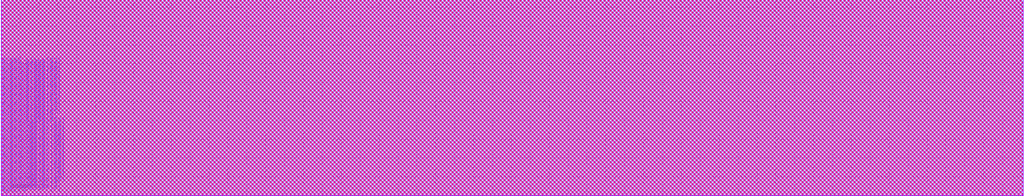
<source format=lef>
##
## LEF for PtnCells ;
## created by Encounter v13.13-s017_1 on Thu Mar 20 12:06:46 2014
##

VERSION 5.6 ;

BUSBITCHARS "[]" ;
DIVIDERCHAR "/" ;

MACRO spm
  CLASS BLOCK ;
  FOREIGN spm 0 0 ;
  ORIGIN 0.0000 0.0000 ;
  SIZE 1081.6000 BY 208.0000 ;
  SYMMETRY X Y R90 ;
  PIN a_spm_slave[63]
    DIRECTION INPUT ;
    USE SIGNAL ;
    PORT
      LAYER M2 ;
        RECT 156.7500 207.4800 156.8500 208.0000 ;
    END
  END a_spm_slave[63]
  PIN a_spm_slave[62]
    DIRECTION INPUT ;
    USE SIGNAL ;
    PORT
      LAYER M2 ;
        RECT 155.7500 207.4800 155.8500 208.0000 ;
    END
  END a_spm_slave[62]
  PIN a_spm_slave[61]
    DIRECTION INPUT ;
    USE SIGNAL ;
    PORT
      LAYER M2 ;
        RECT 154.7500 207.4800 154.8500 208.0000 ;
    END
  END a_spm_slave[61]
  PIN a_spm_slave[60]
    DIRECTION INPUT ;
    USE SIGNAL ;
    PORT
      LAYER M2 ;
        RECT 153.7500 207.4800 153.8500 208.0000 ;
    END
  END a_spm_slave[60]
  PIN a_spm_slave[59]
    DIRECTION INPUT ;
    USE SIGNAL ;
    PORT
      LAYER M2 ;
        RECT 152.7500 207.4800 152.8500 208.0000 ;
    END
  END a_spm_slave[59]
  PIN a_spm_slave[58]
    DIRECTION INPUT ;
    USE SIGNAL ;
    PORT
      LAYER M2 ;
        RECT 151.7500 207.4800 151.8500 208.0000 ;
    END
  END a_spm_slave[58]
  PIN a_spm_slave[57]
    DIRECTION INPUT ;
    USE SIGNAL ;
    PORT
      LAYER M2 ;
        RECT 150.7500 207.4800 150.8500 208.0000 ;
    END
  END a_spm_slave[57]
  PIN a_spm_slave[56]
    DIRECTION INPUT ;
    USE SIGNAL ;
    PORT
      LAYER M2 ;
        RECT 149.7500 207.4800 149.8500 208.0000 ;
    END
  END a_spm_slave[56]
  PIN a_spm_slave[55]
    DIRECTION INPUT ;
    USE SIGNAL ;
    PORT
      LAYER M2 ;
        RECT 148.7500 207.4800 148.8500 208.0000 ;
    END
  END a_spm_slave[55]
  PIN a_spm_slave[54]
    DIRECTION INPUT ;
    USE SIGNAL ;
    PORT
      LAYER M2 ;
        RECT 147.7500 207.4800 147.8500 208.0000 ;
    END
  END a_spm_slave[54]
  PIN a_spm_slave[53]
    DIRECTION INPUT ;
    USE SIGNAL ;
    PORT
      LAYER M2 ;
        RECT 146.7500 207.4800 146.8500 208.0000 ;
    END
  END a_spm_slave[53]
  PIN a_spm_slave[52]
    DIRECTION INPUT ;
    USE SIGNAL ;
    PORT
      LAYER M2 ;
        RECT 145.7500 207.4800 145.8500 208.0000 ;
    END
  END a_spm_slave[52]
  PIN a_spm_slave[51]
    DIRECTION INPUT ;
    USE SIGNAL ;
    PORT
      LAYER M2 ;
        RECT 144.7500 207.4800 144.8500 208.0000 ;
    END
  END a_spm_slave[51]
  PIN a_spm_slave[50]
    DIRECTION INPUT ;
    USE SIGNAL ;
    PORT
      LAYER M2 ;
        RECT 143.7500 207.4800 143.8500 208.0000 ;
    END
  END a_spm_slave[50]
  PIN a_spm_slave[49]
    DIRECTION INPUT ;
    USE SIGNAL ;
    PORT
      LAYER M2 ;
        RECT 142.7500 207.4800 142.8500 208.0000 ;
    END
  END a_spm_slave[49]
  PIN a_spm_slave[48]
    DIRECTION INPUT ;
    USE SIGNAL ;
    PORT
      LAYER M2 ;
        RECT 141.7500 207.4800 141.8500 208.0000 ;
    END
  END a_spm_slave[48]
  PIN a_spm_slave[47]
    DIRECTION INPUT ;
    USE SIGNAL ;
    PORT
      LAYER M2 ;
        RECT 140.7500 207.4800 140.8500 208.0000 ;
    END
  END a_spm_slave[47]
  PIN a_spm_slave[46]
    DIRECTION INPUT ;
    USE SIGNAL ;
    PORT
      LAYER M2 ;
        RECT 139.7500 207.4800 139.8500 208.0000 ;
    END
  END a_spm_slave[46]
  PIN a_spm_slave[45]
    DIRECTION INPUT ;
    USE SIGNAL ;
    PORT
      LAYER M2 ;
        RECT 138.7500 207.4800 138.8500 208.0000 ;
    END
  END a_spm_slave[45]
  PIN a_spm_slave[44]
    DIRECTION INPUT ;
    USE SIGNAL ;
    PORT
      LAYER M2 ;
        RECT 137.7500 207.4800 137.8500 208.0000 ;
    END
  END a_spm_slave[44]
  PIN a_spm_slave[43]
    DIRECTION INPUT ;
    USE SIGNAL ;
    PORT
      LAYER M2 ;
        RECT 136.7500 207.4800 136.8500 208.0000 ;
    END
  END a_spm_slave[43]
  PIN a_spm_slave[42]
    DIRECTION INPUT ;
    USE SIGNAL ;
    PORT
      LAYER M2 ;
        RECT 135.7500 207.4800 135.8500 208.0000 ;
    END
  END a_spm_slave[42]
  PIN a_spm_slave[41]
    DIRECTION INPUT ;
    USE SIGNAL ;
    PORT
      LAYER M2 ;
        RECT 134.7500 207.4800 134.8500 208.0000 ;
    END
  END a_spm_slave[41]
  PIN a_spm_slave[40]
    DIRECTION INPUT ;
    USE SIGNAL ;
    PORT
      LAYER M2 ;
        RECT 133.7500 207.4800 133.8500 208.0000 ;
    END
  END a_spm_slave[40]
  PIN a_spm_slave[39]
    DIRECTION INPUT ;
    USE SIGNAL ;
    PORT
      LAYER M2 ;
        RECT 132.7500 207.4800 132.8500 208.0000 ;
    END
  END a_spm_slave[39]
  PIN a_spm_slave[38]
    DIRECTION INPUT ;
    USE SIGNAL ;
    PORT
      LAYER M2 ;
        RECT 131.7500 207.4800 131.8500 208.0000 ;
    END
  END a_spm_slave[38]
  PIN a_spm_slave[37]
    DIRECTION INPUT ;
    USE SIGNAL ;
    PORT
      LAYER M2 ;
        RECT 130.7500 207.4800 130.8500 208.0000 ;
    END
  END a_spm_slave[37]
  PIN a_spm_slave[36]
    DIRECTION INPUT ;
    USE SIGNAL ;
    PORT
      LAYER M2 ;
        RECT 129.7500 207.4800 129.8500 208.0000 ;
    END
  END a_spm_slave[36]
  PIN a_spm_slave[35]
    DIRECTION INPUT ;
    USE SIGNAL ;
    PORT
      LAYER M2 ;
        RECT 128.7500 207.4800 128.8500 208.0000 ;
    END
  END a_spm_slave[35]
  PIN a_spm_slave[34]
    DIRECTION INPUT ;
    USE SIGNAL ;
    PORT
      LAYER M2 ;
        RECT 127.7500 207.4800 127.8500 208.0000 ;
    END
  END a_spm_slave[34]
  PIN a_spm_slave[33]
    DIRECTION INPUT ;
    USE SIGNAL ;
    PORT
      LAYER M2 ;
        RECT 126.7500 207.4800 126.8500 208.0000 ;
    END
  END a_spm_slave[33]
  PIN a_spm_slave[32]
    DIRECTION INPUT ;
    USE SIGNAL ;
    PORT
      LAYER M2 ;
        RECT 125.7500 207.4800 125.8500 208.0000 ;
    END
  END a_spm_slave[32]
  PIN a_spm_slave[31]
    DIRECTION INPUT ;
    USE SIGNAL ;
    PORT
      LAYER M2 ;
        RECT 124.7500 207.4800 124.8500 208.0000 ;
    END
  END a_spm_slave[31]
  PIN a_spm_slave[30]
    DIRECTION INPUT ;
    USE SIGNAL ;
    PORT
      LAYER M2 ;
        RECT 123.7500 207.4800 123.8500 208.0000 ;
    END
  END a_spm_slave[30]
  PIN a_spm_slave[29]
    DIRECTION INPUT ;
    USE SIGNAL ;
    PORT
      LAYER M2 ;
        RECT 122.7500 207.4800 122.8500 208.0000 ;
    END
  END a_spm_slave[29]
  PIN a_spm_slave[28]
    DIRECTION INPUT ;
    USE SIGNAL ;
    PORT
      LAYER M2 ;
        RECT 121.7500 207.4800 121.8500 208.0000 ;
    END
  END a_spm_slave[28]
  PIN a_spm_slave[27]
    DIRECTION INPUT ;
    USE SIGNAL ;
    PORT
      LAYER M2 ;
        RECT 120.7500 207.4800 120.8500 208.0000 ;
    END
  END a_spm_slave[27]
  PIN a_spm_slave[26]
    DIRECTION INPUT ;
    USE SIGNAL ;
    PORT
      LAYER M2 ;
        RECT 119.7500 207.4800 119.8500 208.0000 ;
    END
  END a_spm_slave[26]
  PIN a_spm_slave[25]
    DIRECTION INPUT ;
    USE SIGNAL ;
    PORT
      LAYER M2 ;
        RECT 118.7500 207.4800 118.8500 208.0000 ;
    END
  END a_spm_slave[25]
  PIN a_spm_slave[24]
    DIRECTION INPUT ;
    USE SIGNAL ;
    PORT
      LAYER M2 ;
        RECT 117.7500 207.4800 117.8500 208.0000 ;
    END
  END a_spm_slave[24]
  PIN a_spm_slave[23]
    DIRECTION INPUT ;
    USE SIGNAL ;
    PORT
      LAYER M2 ;
        RECT 116.7500 207.4800 116.8500 208.0000 ;
    END
  END a_spm_slave[23]
  PIN a_spm_slave[22]
    DIRECTION INPUT ;
    USE SIGNAL ;
    PORT
      LAYER M2 ;
        RECT 115.7500 207.4800 115.8500 208.0000 ;
    END
  END a_spm_slave[22]
  PIN a_spm_slave[21]
    DIRECTION INPUT ;
    USE SIGNAL ;
    PORT
      LAYER M2 ;
        RECT 114.7500 207.4800 114.8500 208.0000 ;
    END
  END a_spm_slave[21]
  PIN a_spm_slave[20]
    DIRECTION INPUT ;
    USE SIGNAL ;
    PORT
      LAYER M2 ;
        RECT 113.7500 207.4800 113.8500 208.0000 ;
    END
  END a_spm_slave[20]
  PIN a_spm_slave[19]
    DIRECTION INPUT ;
    USE SIGNAL ;
    PORT
      LAYER M2 ;
        RECT 112.7500 207.4800 112.8500 208.0000 ;
    END
  END a_spm_slave[19]
  PIN a_spm_slave[18]
    DIRECTION INPUT ;
    USE SIGNAL ;
    PORT
      LAYER M2 ;
        RECT 111.7500 207.4800 111.8500 208.0000 ;
    END
  END a_spm_slave[18]
  PIN a_spm_slave[17]
    DIRECTION INPUT ;
    USE SIGNAL ;
    PORT
      LAYER M2 ;
        RECT 110.7500 207.4800 110.8500 208.0000 ;
    END
  END a_spm_slave[17]
  PIN a_spm_slave[16]
    DIRECTION INPUT ;
    USE SIGNAL ;
    PORT
      LAYER M2 ;
        RECT 109.7500 207.4800 109.8500 208.0000 ;
    END
  END a_spm_slave[16]
  PIN a_spm_slave[15]
    DIRECTION INPUT ;
    USE SIGNAL ;
    PORT
      LAYER M2 ;
        RECT 108.7500 207.4800 108.8500 208.0000 ;
    END
  END a_spm_slave[15]
  PIN a_spm_slave[14]
    DIRECTION INPUT ;
    USE SIGNAL ;
    PORT
      LAYER M2 ;
        RECT 107.7500 207.4800 107.8500 208.0000 ;
    END
  END a_spm_slave[14]
  PIN a_spm_slave[13]
    DIRECTION INPUT ;
    USE SIGNAL ;
    PORT
      LAYER M2 ;
        RECT 106.7500 207.4800 106.8500 208.0000 ;
    END
  END a_spm_slave[13]
  PIN a_spm_slave[12]
    DIRECTION INPUT ;
    USE SIGNAL ;
    PORT
      LAYER M2 ;
        RECT 105.7500 207.4800 105.8500 208.0000 ;
    END
  END a_spm_slave[12]
  PIN a_spm_slave[11]
    DIRECTION INPUT ;
    USE SIGNAL ;
    PORT
      LAYER M2 ;
        RECT 104.7500 207.4800 104.8500 208.0000 ;
    END
  END a_spm_slave[11]
  PIN a_spm_slave[10]
    DIRECTION INPUT ;
    USE SIGNAL ;
    PORT
      LAYER M2 ;
        RECT 103.7500 207.4800 103.8500 208.0000 ;
    END
  END a_spm_slave[10]
  PIN a_spm_slave[9]
    DIRECTION INPUT ;
    USE SIGNAL ;
    PORT
      LAYER M2 ;
        RECT 102.7500 207.4800 102.8500 208.0000 ;
    END
  END a_spm_slave[9]
  PIN a_spm_slave[8]
    DIRECTION INPUT ;
    USE SIGNAL ;
    PORT
      LAYER M2 ;
        RECT 101.7500 207.4800 101.8500 208.0000 ;
    END
  END a_spm_slave[8]
  PIN a_spm_slave[7]
    DIRECTION INPUT ;
    USE SIGNAL ;
    PORT
      LAYER M2 ;
        RECT 100.7500 207.4800 100.8500 208.0000 ;
    END
  END a_spm_slave[7]
  PIN a_spm_slave[6]
    DIRECTION INPUT ;
    USE SIGNAL ;
    PORT
      LAYER M2 ;
        RECT 99.7500 207.4800 99.8500 208.0000 ;
    END
  END a_spm_slave[6]
  PIN a_spm_slave[5]
    DIRECTION INPUT ;
    USE SIGNAL ;
    PORT
      LAYER M2 ;
        RECT 98.7500 207.4800 98.8500 208.0000 ;
    END
  END a_spm_slave[5]
  PIN a_spm_slave[4]
    DIRECTION INPUT ;
    USE SIGNAL ;
    PORT
      LAYER M2 ;
        RECT 97.7500 207.4800 97.8500 208.0000 ;
    END
  END a_spm_slave[4]
  PIN a_spm_slave[3]
    DIRECTION INPUT ;
    USE SIGNAL ;
    PORT
      LAYER M2 ;
        RECT 96.7500 207.4800 96.8500 208.0000 ;
    END
  END a_spm_slave[3]
  PIN a_spm_slave[2]
    DIRECTION INPUT ;
    USE SIGNAL ;
    PORT
      LAYER M2 ;
        RECT 95.7500 207.4800 95.8500 208.0000 ;
    END
  END a_spm_slave[2]
  PIN a_spm_slave[1]
    DIRECTION INPUT ;
    USE SIGNAL ;
    PORT
      LAYER M2 ;
        RECT 94.7500 207.4800 94.8500 208.0000 ;
    END
  END a_spm_slave[1]
  PIN a_spm_slave[0]
    DIRECTION INPUT ;
    USE SIGNAL ;
    PORT
      LAYER M2 ;
        RECT 93.7500 207.4800 93.8500 208.0000 ;
    END
  END a_spm_slave[0]
  PIN a_spm_master[72]
    DIRECTION INPUT ;
    USE SIGNAL ;
    PORT
      LAYER M2 ;
        RECT 92.7500 207.4800 92.8500 208.0000 ;
    END
  END a_spm_master[72]
  PIN a_spm_master[71]
    DIRECTION INPUT ;
    USE SIGNAL ;
    PORT
      LAYER M2 ;
        RECT 91.7500 207.4800 91.8500 208.0000 ;
    END
  END a_spm_master[71]
  PIN a_spm_master[70]
    DIRECTION INPUT ;
    USE SIGNAL ;
    PORT
      LAYER M2 ;
        RECT 90.7500 207.4800 90.8500 208.0000 ;
    END
  END a_spm_master[70]
  PIN a_spm_master[69]
    DIRECTION INPUT ;
    USE SIGNAL ;
    PORT
      LAYER M2 ;
        RECT 89.7500 207.4800 89.8500 208.0000 ;
    END
  END a_spm_master[69]
  PIN a_spm_master[68]
    DIRECTION INPUT ;
    USE SIGNAL ;
    PORT
      LAYER M2 ;
        RECT 88.7500 207.4800 88.8500 208.0000 ;
    END
  END a_spm_master[68]
  PIN a_spm_master[67]
    DIRECTION INPUT ;
    USE SIGNAL ;
    PORT
      LAYER M2 ;
        RECT 87.7500 207.4800 87.8500 208.0000 ;
    END
  END a_spm_master[67]
  PIN a_spm_master[66]
    DIRECTION INPUT ;
    USE SIGNAL ;
    PORT
      LAYER M2 ;
        RECT 86.7500 207.4800 86.8500 208.0000 ;
    END
  END a_spm_master[66]
  PIN a_spm_master[65]
    DIRECTION INPUT ;
    USE SIGNAL ;
    PORT
      LAYER M2 ;
        RECT 85.7500 207.4800 85.8500 208.0000 ;
    END
  END a_spm_master[65]
  PIN a_spm_master[64]
    DIRECTION INPUT ;
    USE SIGNAL ;
    PORT
      LAYER M2 ;
        RECT 84.7500 207.4800 84.8500 208.0000 ;
    END
  END a_spm_master[64]
  PIN a_spm_master[63]
    DIRECTION INPUT ;
    USE SIGNAL ;
    PORT
      LAYER M2 ;
        RECT 83.7500 207.4800 83.8500 208.0000 ;
    END
  END a_spm_master[63]
  PIN a_spm_master[62]
    DIRECTION INPUT ;
    USE SIGNAL ;
    PORT
      LAYER M2 ;
        RECT 82.7500 207.4800 82.8500 208.0000 ;
    END
  END a_spm_master[62]
  PIN a_spm_master[61]
    DIRECTION INPUT ;
    USE SIGNAL ;
    PORT
      LAYER M2 ;
        RECT 81.7500 207.4800 81.8500 208.0000 ;
    END
  END a_spm_master[61]
  PIN a_spm_master[60]
    DIRECTION INPUT ;
    USE SIGNAL ;
    PORT
      LAYER M2 ;
        RECT 80.7500 207.4800 80.8500 208.0000 ;
    END
  END a_spm_master[60]
  PIN a_spm_master[59]
    DIRECTION INPUT ;
    USE SIGNAL ;
    PORT
      LAYER M2 ;
        RECT 79.7500 207.4800 79.8500 208.0000 ;
    END
  END a_spm_master[59]
  PIN a_spm_master[58]
    DIRECTION INPUT ;
    USE SIGNAL ;
    PORT
      LAYER M2 ;
        RECT 78.7500 207.4800 78.8500 208.0000 ;
    END
  END a_spm_master[58]
  PIN a_spm_master[57]
    DIRECTION INPUT ;
    USE SIGNAL ;
    PORT
      LAYER M2 ;
        RECT 77.7500 207.4800 77.8500 208.0000 ;
    END
  END a_spm_master[57]
  PIN a_spm_master[56]
    DIRECTION INPUT ;
    USE SIGNAL ;
    PORT
      LAYER M2 ;
        RECT 76.7500 207.4800 76.8500 208.0000 ;
    END
  END a_spm_master[56]
  PIN a_spm_master[55]
    DIRECTION INPUT ;
    USE SIGNAL ;
    PORT
      LAYER M2 ;
        RECT 75.7500 207.4800 75.8500 208.0000 ;
    END
  END a_spm_master[55]
  PIN a_spm_master[54]
    DIRECTION INPUT ;
    USE SIGNAL ;
    PORT
      LAYER M2 ;
        RECT 74.7500 207.4800 74.8500 208.0000 ;
    END
  END a_spm_master[54]
  PIN a_spm_master[53]
    DIRECTION INPUT ;
    USE SIGNAL ;
    PORT
      LAYER M2 ;
        RECT 73.7500 207.4800 73.8500 208.0000 ;
    END
  END a_spm_master[53]
  PIN a_spm_master[52]
    DIRECTION INPUT ;
    USE SIGNAL ;
    PORT
      LAYER M2 ;
        RECT 72.7500 207.4800 72.8500 208.0000 ;
    END
  END a_spm_master[52]
  PIN a_spm_master[51]
    DIRECTION INPUT ;
    USE SIGNAL ;
    PORT
      LAYER M2 ;
        RECT 71.7500 207.4800 71.8500 208.0000 ;
    END
  END a_spm_master[51]
  PIN a_spm_master[50]
    DIRECTION INPUT ;
    USE SIGNAL ;
    PORT
      LAYER M2 ;
        RECT 70.7500 207.4800 70.8500 208.0000 ;
    END
  END a_spm_master[50]
  PIN a_spm_master[49]
    DIRECTION INPUT ;
    USE SIGNAL ;
    PORT
      LAYER M2 ;
        RECT 69.7500 207.4800 69.8500 208.0000 ;
    END
  END a_spm_master[49]
  PIN a_spm_master[48]
    DIRECTION INPUT ;
    USE SIGNAL ;
    PORT
      LAYER M2 ;
        RECT 68.7500 207.4800 68.8500 208.0000 ;
    END
  END a_spm_master[48]
  PIN a_spm_master[47]
    DIRECTION INPUT ;
    USE SIGNAL ;
    PORT
      LAYER M2 ;
        RECT 67.7500 207.4800 67.8500 208.0000 ;
    END
  END a_spm_master[47]
  PIN a_spm_master[46]
    DIRECTION INPUT ;
    USE SIGNAL ;
    PORT
      LAYER M2 ;
        RECT 66.7500 207.4800 66.8500 208.0000 ;
    END
  END a_spm_master[46]
  PIN a_spm_master[45]
    DIRECTION INPUT ;
    USE SIGNAL ;
    PORT
      LAYER M2 ;
        RECT 65.7500 207.4800 65.8500 208.0000 ;
    END
  END a_spm_master[45]
  PIN a_spm_master[44]
    DIRECTION INPUT ;
    USE SIGNAL ;
    PORT
      LAYER M2 ;
        RECT 64.7500 207.4800 64.8500 208.0000 ;
    END
  END a_spm_master[44]
  PIN a_spm_master[43]
    DIRECTION INPUT ;
    USE SIGNAL ;
    PORT
      LAYER M2 ;
        RECT 63.7500 207.4800 63.8500 208.0000 ;
    END
  END a_spm_master[43]
  PIN a_spm_master[42]
    DIRECTION INPUT ;
    USE SIGNAL ;
    PORT
      LAYER M2 ;
        RECT 62.7500 207.4800 62.8500 208.0000 ;
    END
  END a_spm_master[42]
  PIN a_spm_master[41]
    DIRECTION INPUT ;
    USE SIGNAL ;
    PORT
      LAYER M2 ;
        RECT 61.7500 207.4800 61.8500 208.0000 ;
    END
  END a_spm_master[41]
  PIN a_spm_master[40]
    DIRECTION INPUT ;
    USE SIGNAL ;
    PORT
      LAYER M2 ;
        RECT 60.7500 207.4800 60.8500 208.0000 ;
    END
  END a_spm_master[40]
  PIN a_spm_master[39]
    DIRECTION INPUT ;
    USE SIGNAL ;
    PORT
      LAYER M2 ;
        RECT 59.7500 207.4800 59.8500 208.0000 ;
    END
  END a_spm_master[39]
  PIN a_spm_master[38]
    DIRECTION INPUT ;
    USE SIGNAL ;
    PORT
      LAYER M2 ;
        RECT 58.7500 207.4800 58.8500 208.0000 ;
    END
  END a_spm_master[38]
  PIN a_spm_master[37]
    DIRECTION INPUT ;
    USE SIGNAL ;
    PORT
      LAYER M2 ;
        RECT 57.7500 207.4800 57.8500 208.0000 ;
    END
  END a_spm_master[37]
  PIN a_spm_master[36]
    DIRECTION INPUT ;
    USE SIGNAL ;
    PORT
      LAYER M2 ;
        RECT 56.7500 207.4800 56.8500 208.0000 ;
    END
  END a_spm_master[36]
  PIN a_spm_master[35]
    DIRECTION INPUT ;
    USE SIGNAL ;
    PORT
      LAYER M2 ;
        RECT 55.7500 207.4800 55.8500 208.0000 ;
    END
  END a_spm_master[35]
  PIN a_spm_master[34]
    DIRECTION INPUT ;
    USE SIGNAL ;
    PORT
      LAYER M2 ;
        RECT 54.7500 207.4800 54.8500 208.0000 ;
    END
  END a_spm_master[34]
  PIN a_spm_master[33]
    DIRECTION INPUT ;
    USE SIGNAL ;
    PORT
      LAYER M2 ;
        RECT 53.7500 207.4800 53.8500 208.0000 ;
    END
  END a_spm_master[33]
  PIN a_spm_master[32]
    DIRECTION INPUT ;
    USE SIGNAL ;
    PORT
      LAYER M2 ;
        RECT 52.7500 207.4800 52.8500 208.0000 ;
    END
  END a_spm_master[32]
  PIN a_spm_master[31]
    DIRECTION INPUT ;
    USE SIGNAL ;
    PORT
      LAYER M2 ;
        RECT 51.7500 207.4800 51.8500 208.0000 ;
    END
  END a_spm_master[31]
  PIN a_spm_master[30]
    DIRECTION INPUT ;
    USE SIGNAL ;
    PORT
      LAYER M2 ;
        RECT 50.7500 207.4800 50.8500 208.0000 ;
    END
  END a_spm_master[30]
  PIN a_spm_master[29]
    DIRECTION INPUT ;
    USE SIGNAL ;
    PORT
      LAYER M2 ;
        RECT 49.7500 207.4800 49.8500 208.0000 ;
    END
  END a_spm_master[29]
  PIN a_spm_master[28]
    DIRECTION INPUT ;
    USE SIGNAL ;
    PORT
      LAYER M2 ;
        RECT 48.7500 207.4800 48.8500 208.0000 ;
    END
  END a_spm_master[28]
  PIN a_spm_master[27]
    DIRECTION INPUT ;
    USE SIGNAL ;
    PORT
      LAYER M2 ;
        RECT 47.7500 207.4800 47.8500 208.0000 ;
    END
  END a_spm_master[27]
  PIN a_spm_master[26]
    DIRECTION INPUT ;
    USE SIGNAL ;
    PORT
      LAYER M2 ;
        RECT 46.7500 207.4800 46.8500 208.0000 ;
    END
  END a_spm_master[26]
  PIN a_spm_master[25]
    DIRECTION INPUT ;
    USE SIGNAL ;
    PORT
      LAYER M2 ;
        RECT 45.7500 207.4800 45.8500 208.0000 ;
    END
  END a_spm_master[25]
  PIN a_spm_master[24]
    DIRECTION INPUT ;
    USE SIGNAL ;
    PORT
      LAYER M2 ;
        RECT 44.7500 207.4800 44.8500 208.0000 ;
    END
  END a_spm_master[24]
  PIN a_spm_master[23]
    DIRECTION INPUT ;
    USE SIGNAL ;
    PORT
      LAYER M2 ;
        RECT 43.7500 207.4800 43.8500 208.0000 ;
    END
  END a_spm_master[23]
  PIN a_spm_master[22]
    DIRECTION INPUT ;
    USE SIGNAL ;
    PORT
      LAYER M2 ;
        RECT 42.7500 207.4800 42.8500 208.0000 ;
    END
  END a_spm_master[22]
  PIN a_spm_master[21]
    DIRECTION INPUT ;
    USE SIGNAL ;
    PORT
      LAYER M2 ;
        RECT 41.7500 207.4800 41.8500 208.0000 ;
    END
  END a_spm_master[21]
  PIN a_spm_master[20]
    DIRECTION INPUT ;
    USE SIGNAL ;
    PORT
      LAYER M2 ;
        RECT 40.7500 207.4800 40.8500 208.0000 ;
    END
  END a_spm_master[20]
  PIN a_spm_master[19]
    DIRECTION INPUT ;
    USE SIGNAL ;
    PORT
      LAYER M2 ;
        RECT 39.7500 207.4800 39.8500 208.0000 ;
    END
  END a_spm_master[19]
  PIN a_spm_master[18]
    DIRECTION INPUT ;
    USE SIGNAL ;
    PORT
      LAYER M2 ;
        RECT 38.7500 207.4800 38.8500 208.0000 ;
    END
  END a_spm_master[18]
  PIN a_spm_master[17]
    DIRECTION INPUT ;
    USE SIGNAL ;
    PORT
      LAYER M2 ;
        RECT 37.7500 207.4800 37.8500 208.0000 ;
    END
  END a_spm_master[17]
  PIN a_spm_master[16]
    DIRECTION INPUT ;
    USE SIGNAL ;
    PORT
      LAYER M2 ;
        RECT 36.7500 207.4800 36.8500 208.0000 ;
    END
  END a_spm_master[16]
  PIN a_spm_master[15]
    DIRECTION INPUT ;
    USE SIGNAL ;
    PORT
      LAYER M2 ;
        RECT 35.7500 207.4800 35.8500 208.0000 ;
    END
  END a_spm_master[15]
  PIN a_spm_master[14]
    DIRECTION INPUT ;
    USE SIGNAL ;
    PORT
      LAYER M2 ;
        RECT 34.7500 207.4800 34.8500 208.0000 ;
    END
  END a_spm_master[14]
  PIN a_spm_master[13]
    DIRECTION INPUT ;
    USE SIGNAL ;
    PORT
      LAYER M2 ;
        RECT 33.7500 207.4800 33.8500 208.0000 ;
    END
  END a_spm_master[13]
  PIN a_spm_master[12]
    DIRECTION INPUT ;
    USE SIGNAL ;
    PORT
      LAYER M2 ;
        RECT 32.7500 207.4800 32.8500 208.0000 ;
    END
  END a_spm_master[12]
  PIN a_spm_master[11]
    DIRECTION INPUT ;
    USE SIGNAL ;
    PORT
      LAYER M2 ;
        RECT 31.7500 207.4800 31.8500 208.0000 ;
    END
  END a_spm_master[11]
  PIN a_spm_master[10]
    DIRECTION INPUT ;
    USE SIGNAL ;
    PORT
      LAYER M2 ;
        RECT 30.7500 207.4800 30.8500 208.0000 ;
    END
  END a_spm_master[10]
  PIN a_spm_master[9]
    DIRECTION INPUT ;
    USE SIGNAL ;
    PORT
      LAYER M2 ;
        RECT 29.7500 207.4800 29.8500 208.0000 ;
    END
  END a_spm_master[9]
  PIN a_spm_master[8]
    DIRECTION INPUT ;
    USE SIGNAL ;
    PORT
      LAYER M2 ;
        RECT 28.7500 207.4800 28.8500 208.0000 ;
    END
  END a_spm_master[8]
  PIN a_spm_master[7]
    DIRECTION INPUT ;
    USE SIGNAL ;
    PORT
      LAYER M2 ;
        RECT 27.7500 207.4800 27.8500 208.0000 ;
    END
  END a_spm_master[7]
  PIN a_spm_master[6]
    DIRECTION INPUT ;
    USE SIGNAL ;
    PORT
      LAYER M2 ;
        RECT 26.7500 207.4800 26.8500 208.0000 ;
    END
  END a_spm_master[6]
  PIN a_spm_master[5]
    DIRECTION INPUT ;
    USE SIGNAL ;
    PORT
      LAYER M2 ;
        RECT 25.7500 207.4800 25.8500 208.0000 ;
    END
  END a_spm_master[5]
  PIN a_spm_master[4]
    DIRECTION INPUT ;
    USE SIGNAL ;
    PORT
      LAYER M2 ;
        RECT 24.7500 207.4800 24.8500 208.0000 ;
    END
  END a_spm_master[4]
  PIN a_spm_master[3]
    DIRECTION INPUT ;
    USE SIGNAL ;
    PORT
      LAYER M2 ;
        RECT 23.7500 207.4800 23.8500 208.0000 ;
    END
  END a_spm_master[3]
  PIN a_spm_master[2]
    DIRECTION INPUT ;
    USE SIGNAL ;
    PORT
      LAYER M2 ;
        RECT 22.7500 207.4800 22.8500 208.0000 ;
    END
  END a_spm_master[2]
  PIN a_spm_master[1]
    DIRECTION INPUT ;
    USE SIGNAL ;
    PORT
      LAYER M2 ;
        RECT 21.7500 207.4800 21.8500 208.0000 ;
    END
  END a_spm_master[1]
  PIN a_spm_master[0]
    DIRECTION INPUT ;
    USE SIGNAL ;
    PORT
      LAYER M2 ;
        RECT 20.7500 207.4800 20.8500 208.0000 ;
    END
  END a_spm_master[0]
  PIN b_spm_slave[63]
    DIRECTION OUTPUT ;
    USE SIGNAL ;
    PORT
      LAYER M2 ;
        RECT 0.0000 138.3500 0.5200 138.4500 ;
    END
  END b_spm_slave[63]
  PIN b_spm_slave[62]
    DIRECTION OUTPUT ;
    USE SIGNAL ;
    PORT
      LAYER M2 ;
        RECT 0.0000 137.3500 0.5200 137.4500 ;
    END
  END b_spm_slave[62]
  PIN b_spm_slave[61]
    DIRECTION OUTPUT ;
    USE SIGNAL ;
    PORT
      LAYER M2 ;
        RECT 0.0000 136.3500 0.5200 136.4500 ;
    END
  END b_spm_slave[61]
  PIN b_spm_slave[60]
    DIRECTION OUTPUT ;
    USE SIGNAL ;
    PORT
      LAYER M2 ;
        RECT 0.0000 135.3500 0.5200 135.4500 ;
    END
  END b_spm_slave[60]
  PIN b_spm_slave[59]
    DIRECTION OUTPUT ;
    USE SIGNAL ;
    PORT
      LAYER M2 ;
        RECT 0.0000 134.3500 0.5200 134.4500 ;
    END
  END b_spm_slave[59]
  PIN b_spm_slave[58]
    DIRECTION OUTPUT ;
    USE SIGNAL ;
    PORT
      LAYER M2 ;
        RECT 0.0000 133.3500 0.5200 133.4500 ;
    END
  END b_spm_slave[58]
  PIN b_spm_slave[57]
    DIRECTION OUTPUT ;
    USE SIGNAL ;
    PORT
      LAYER M2 ;
        RECT 0.0000 132.3500 0.5200 132.4500 ;
    END
  END b_spm_slave[57]
  PIN b_spm_slave[56]
    DIRECTION OUTPUT ;
    USE SIGNAL ;
    PORT
      LAYER M2 ;
        RECT 0.0000 131.3500 0.5200 131.4500 ;
    END
  END b_spm_slave[56]
  PIN b_spm_slave[55]
    DIRECTION OUTPUT ;
    USE SIGNAL ;
    PORT
      LAYER M2 ;
        RECT 0.0000 130.3500 0.5200 130.4500 ;
    END
  END b_spm_slave[55]
  PIN b_spm_slave[54]
    DIRECTION OUTPUT ;
    USE SIGNAL ;
    PORT
      LAYER M2 ;
        RECT 0.0000 129.3500 0.5200 129.4500 ;
    END
  END b_spm_slave[54]
  PIN b_spm_slave[53]
    DIRECTION OUTPUT ;
    USE SIGNAL ;
    PORT
      LAYER M2 ;
        RECT 0.0000 128.3500 0.5200 128.4500 ;
    END
  END b_spm_slave[53]
  PIN b_spm_slave[52]
    DIRECTION OUTPUT ;
    USE SIGNAL ;
    PORT
      LAYER M2 ;
        RECT 0.0000 127.3500 0.5200 127.4500 ;
    END
  END b_spm_slave[52]
  PIN b_spm_slave[51]
    DIRECTION OUTPUT ;
    USE SIGNAL ;
    PORT
      LAYER M2 ;
        RECT 0.0000 126.3500 0.5200 126.4500 ;
    END
  END b_spm_slave[51]
  PIN b_spm_slave[50]
    DIRECTION OUTPUT ;
    USE SIGNAL ;
    PORT
      LAYER M2 ;
        RECT 0.0000 125.3500 0.5200 125.4500 ;
    END
  END b_spm_slave[50]
  PIN b_spm_slave[49]
    DIRECTION OUTPUT ;
    USE SIGNAL ;
    PORT
      LAYER M2 ;
        RECT 0.0000 124.3500 0.5200 124.4500 ;
    END
  END b_spm_slave[49]
  PIN b_spm_slave[48]
    DIRECTION OUTPUT ;
    USE SIGNAL ;
    PORT
      LAYER M2 ;
        RECT 0.0000 123.3500 0.5200 123.4500 ;
    END
  END b_spm_slave[48]
  PIN b_spm_slave[47]
    DIRECTION OUTPUT ;
    USE SIGNAL ;
    PORT
      LAYER M2 ;
        RECT 0.0000 122.3500 0.5200 122.4500 ;
    END
  END b_spm_slave[47]
  PIN b_spm_slave[46]
    DIRECTION OUTPUT ;
    USE SIGNAL ;
    PORT
      LAYER M2 ;
        RECT 0.0000 121.3500 0.5200 121.4500 ;
    END
  END b_spm_slave[46]
  PIN b_spm_slave[45]
    DIRECTION OUTPUT ;
    USE SIGNAL ;
    PORT
      LAYER M2 ;
        RECT 0.0000 120.3500 0.5200 120.4500 ;
    END
  END b_spm_slave[45]
  PIN b_spm_slave[44]
    DIRECTION OUTPUT ;
    USE SIGNAL ;
    PORT
      LAYER M2 ;
        RECT 0.0000 119.3500 0.5200 119.4500 ;
    END
  END b_spm_slave[44]
  PIN b_spm_slave[43]
    DIRECTION OUTPUT ;
    USE SIGNAL ;
    PORT
      LAYER M2 ;
        RECT 0.0000 118.3500 0.5200 118.4500 ;
    END
  END b_spm_slave[43]
  PIN b_spm_slave[42]
    DIRECTION OUTPUT ;
    USE SIGNAL ;
    PORT
      LAYER M2 ;
        RECT 0.0000 117.3500 0.5200 117.4500 ;
    END
  END b_spm_slave[42]
  PIN b_spm_slave[41]
    DIRECTION OUTPUT ;
    USE SIGNAL ;
    PORT
      LAYER M2 ;
        RECT 0.0000 116.3500 0.5200 116.4500 ;
    END
  END b_spm_slave[41]
  PIN b_spm_slave[40]
    DIRECTION OUTPUT ;
    USE SIGNAL ;
    PORT
      LAYER M2 ;
        RECT 0.0000 115.3500 0.5200 115.4500 ;
    END
  END b_spm_slave[40]
  PIN b_spm_slave[39]
    DIRECTION OUTPUT ;
    USE SIGNAL ;
    PORT
      LAYER M2 ;
        RECT 0.0000 114.3500 0.5200 114.4500 ;
    END
  END b_spm_slave[39]
  PIN b_spm_slave[38]
    DIRECTION OUTPUT ;
    USE SIGNAL ;
    PORT
      LAYER M2 ;
        RECT 0.0000 113.3500 0.5200 113.4500 ;
    END
  END b_spm_slave[38]
  PIN b_spm_slave[37]
    DIRECTION OUTPUT ;
    USE SIGNAL ;
    PORT
      LAYER M2 ;
        RECT 0.0000 112.3500 0.5200 112.4500 ;
    END
  END b_spm_slave[37]
  PIN b_spm_slave[36]
    DIRECTION OUTPUT ;
    USE SIGNAL ;
    PORT
      LAYER M2 ;
        RECT 0.0000 111.3500 0.5200 111.4500 ;
    END
  END b_spm_slave[36]
  PIN b_spm_slave[35]
    DIRECTION OUTPUT ;
    USE SIGNAL ;
    PORT
      LAYER M2 ;
        RECT 0.0000 110.3500 0.5200 110.4500 ;
    END
  END b_spm_slave[35]
  PIN b_spm_slave[34]
    DIRECTION OUTPUT ;
    USE SIGNAL ;
    PORT
      LAYER M2 ;
        RECT 0.0000 109.3500 0.5200 109.4500 ;
    END
  END b_spm_slave[34]
  PIN b_spm_slave[33]
    DIRECTION OUTPUT ;
    USE SIGNAL ;
    PORT
      LAYER M2 ;
        RECT 0.0000 108.3500 0.5200 108.4500 ;
    END
  END b_spm_slave[33]
  PIN b_spm_slave[32]
    DIRECTION OUTPUT ;
    USE SIGNAL ;
    PORT
      LAYER M2 ;
        RECT 0.0000 107.3500 0.5200 107.4500 ;
    END
  END b_spm_slave[32]
  PIN b_spm_slave[31]
    DIRECTION OUTPUT ;
    USE SIGNAL ;
    PORT
      LAYER M2 ;
        RECT 0.0000 106.3500 0.5200 106.4500 ;
    END
  END b_spm_slave[31]
  PIN b_spm_slave[30]
    DIRECTION OUTPUT ;
    USE SIGNAL ;
    PORT
      LAYER M2 ;
        RECT 0.0000 105.3500 0.5200 105.4500 ;
    END
  END b_spm_slave[30]
  PIN b_spm_slave[29]
    DIRECTION OUTPUT ;
    USE SIGNAL ;
    PORT
      LAYER M2 ;
        RECT 0.0000 104.3500 0.5200 104.4500 ;
    END
  END b_spm_slave[29]
  PIN b_spm_slave[28]
    DIRECTION OUTPUT ;
    USE SIGNAL ;
    PORT
      LAYER M2 ;
        RECT 0.0000 103.3500 0.5200 103.4500 ;
    END
  END b_spm_slave[28]
  PIN b_spm_slave[27]
    DIRECTION OUTPUT ;
    USE SIGNAL ;
    PORT
      LAYER M2 ;
        RECT 0.0000 102.3500 0.5200 102.4500 ;
    END
  END b_spm_slave[27]
  PIN b_spm_slave[26]
    DIRECTION OUTPUT ;
    USE SIGNAL ;
    PORT
      LAYER M2 ;
        RECT 0.0000 101.3500 0.5200 101.4500 ;
    END
  END b_spm_slave[26]
  PIN b_spm_slave[25]
    DIRECTION OUTPUT ;
    USE SIGNAL ;
    PORT
      LAYER M2 ;
        RECT 0.0000 100.3500 0.5200 100.4500 ;
    END
  END b_spm_slave[25]
  PIN b_spm_slave[24]
    DIRECTION OUTPUT ;
    USE SIGNAL ;
    PORT
      LAYER M2 ;
        RECT 0.0000 99.3500 0.5200 99.4500 ;
    END
  END b_spm_slave[24]
  PIN b_spm_slave[23]
    DIRECTION OUTPUT ;
    USE SIGNAL ;
    PORT
      LAYER M2 ;
        RECT 0.0000 98.3500 0.5200 98.4500 ;
    END
  END b_spm_slave[23]
  PIN b_spm_slave[22]
    DIRECTION OUTPUT ;
    USE SIGNAL ;
    PORT
      LAYER M2 ;
        RECT 0.0000 97.3500 0.5200 97.4500 ;
    END
  END b_spm_slave[22]
  PIN b_spm_slave[21]
    DIRECTION OUTPUT ;
    USE SIGNAL ;
    PORT
      LAYER M2 ;
        RECT 0.0000 96.3500 0.5200 96.4500 ;
    END
  END b_spm_slave[21]
  PIN b_spm_slave[20]
    DIRECTION OUTPUT ;
    USE SIGNAL ;
    PORT
      LAYER M2 ;
        RECT 0.0000 95.3500 0.5200 95.4500 ;
    END
  END b_spm_slave[20]
  PIN b_spm_slave[19]
    DIRECTION OUTPUT ;
    USE SIGNAL ;
    PORT
      LAYER M2 ;
        RECT 0.0000 94.3500 0.5200 94.4500 ;
    END
  END b_spm_slave[19]
  PIN b_spm_slave[18]
    DIRECTION OUTPUT ;
    USE SIGNAL ;
    PORT
      LAYER M2 ;
        RECT 0.0000 93.3500 0.5200 93.4500 ;
    END
  END b_spm_slave[18]
  PIN b_spm_slave[17]
    DIRECTION OUTPUT ;
    USE SIGNAL ;
    PORT
      LAYER M2 ;
        RECT 0.0000 92.3500 0.5200 92.4500 ;
    END
  END b_spm_slave[17]
  PIN b_spm_slave[16]
    DIRECTION OUTPUT ;
    USE SIGNAL ;
    PORT
      LAYER M2 ;
        RECT 0.0000 91.3500 0.5200 91.4500 ;
    END
  END b_spm_slave[16]
  PIN b_spm_slave[15]
    DIRECTION OUTPUT ;
    USE SIGNAL ;
    PORT
      LAYER M2 ;
        RECT 0.0000 90.3500 0.5200 90.4500 ;
    END
  END b_spm_slave[15]
  PIN b_spm_slave[14]
    DIRECTION OUTPUT ;
    USE SIGNAL ;
    PORT
      LAYER M2 ;
        RECT 0.0000 89.3500 0.5200 89.4500 ;
    END
  END b_spm_slave[14]
  PIN b_spm_slave[13]
    DIRECTION OUTPUT ;
    USE SIGNAL ;
    PORT
      LAYER M2 ;
        RECT 0.0000 88.3500 0.5200 88.4500 ;
    END
  END b_spm_slave[13]
  PIN b_spm_slave[12]
    DIRECTION OUTPUT ;
    USE SIGNAL ;
    PORT
      LAYER M2 ;
        RECT 0.0000 87.3500 0.5200 87.4500 ;
    END
  END b_spm_slave[12]
  PIN b_spm_slave[11]
    DIRECTION OUTPUT ;
    USE SIGNAL ;
    PORT
      LAYER M2 ;
        RECT 0.0000 86.3500 0.5200 86.4500 ;
    END
  END b_spm_slave[11]
  PIN b_spm_slave[10]
    DIRECTION OUTPUT ;
    USE SIGNAL ;
    PORT
      LAYER M2 ;
        RECT 0.0000 85.3500 0.5200 85.4500 ;
    END
  END b_spm_slave[10]
  PIN b_spm_slave[9]
    DIRECTION OUTPUT ;
    USE SIGNAL ;
    PORT
      LAYER M2 ;
        RECT 0.0000 84.3500 0.5200 84.4500 ;
    END
  END b_spm_slave[9]
  PIN b_spm_slave[8]
    DIRECTION OUTPUT ;
    USE SIGNAL ;
    PORT
      LAYER M2 ;
        RECT 0.0000 83.3500 0.5200 83.4500 ;
    END
  END b_spm_slave[8]
  PIN b_spm_slave[7]
    DIRECTION OUTPUT ;
    USE SIGNAL ;
    PORT
      LAYER M2 ;
        RECT 0.0000 82.3500 0.5200 82.4500 ;
    END
  END b_spm_slave[7]
  PIN b_spm_slave[6]
    DIRECTION OUTPUT ;
    USE SIGNAL ;
    PORT
      LAYER M2 ;
        RECT 0.0000 81.3500 0.5200 81.4500 ;
    END
  END b_spm_slave[6]
  PIN b_spm_slave[5]
    DIRECTION OUTPUT ;
    USE SIGNAL ;
    PORT
      LAYER M2 ;
        RECT 0.0000 80.3500 0.5200 80.4500 ;
    END
  END b_spm_slave[5]
  PIN b_spm_slave[4]
    DIRECTION OUTPUT ;
    USE SIGNAL ;
    PORT
      LAYER M2 ;
        RECT 0.0000 79.3500 0.5200 79.4500 ;
    END
  END b_spm_slave[4]
  PIN b_spm_slave[3]
    DIRECTION OUTPUT ;
    USE SIGNAL ;
    PORT
      LAYER M2 ;
        RECT 0.0000 78.3500 0.5200 78.4500 ;
    END
  END b_spm_slave[3]
  PIN b_spm_slave[2]
    DIRECTION OUTPUT ;
    USE SIGNAL ;
    PORT
      LAYER M2 ;
        RECT 0.0000 77.3500 0.5200 77.4500 ;
    END
  END b_spm_slave[2]
  PIN b_spm_slave[1]
    DIRECTION OUTPUT ;
    USE SIGNAL ;
    PORT
      LAYER M2 ;
        RECT 0.0000 76.3500 0.5200 76.4500 ;
    END
  END b_spm_slave[1]
  PIN b_spm_slave[0]
    DIRECTION OUTPUT ;
    USE SIGNAL ;
    PORT
      LAYER M2 ;
        RECT 0.0000 75.3500 0.5200 75.4500 ;
    END
  END b_spm_slave[0]
  PIN b_spm_master[72]
    DIRECTION INPUT ;
    USE SIGNAL ;
    PORT
      LAYER M2 ;
        RECT 0.0000 74.3500 0.5200 74.4500 ;
    END
  END b_spm_master[72]
  PIN b_spm_master[71]
    DIRECTION INPUT ;
    USE SIGNAL ;
    PORT
      LAYER M2 ;
        RECT 0.0000 73.3500 0.5200 73.4500 ;
    END
  END b_spm_master[71]
  PIN b_spm_master[70]
    DIRECTION INPUT ;
    USE SIGNAL ;
    PORT
      LAYER M2 ;
        RECT 0.0000 72.3500 0.5200 72.4500 ;
    END
  END b_spm_master[70]
  PIN b_spm_master[69]
    DIRECTION INPUT ;
    USE SIGNAL ;
    PORT
      LAYER M2 ;
        RECT 0.0000 71.3500 0.5200 71.4500 ;
    END
  END b_spm_master[69]
  PIN b_spm_master[68]
    DIRECTION INPUT ;
    USE SIGNAL ;
    PORT
      LAYER M2 ;
        RECT 0.0000 70.3500 0.5200 70.4500 ;
    END
  END b_spm_master[68]
  PIN b_spm_master[67]
    DIRECTION INPUT ;
    USE SIGNAL ;
    PORT
      LAYER M2 ;
        RECT 0.0000 69.3500 0.5200 69.4500 ;
    END
  END b_spm_master[67]
  PIN b_spm_master[66]
    DIRECTION INPUT ;
    USE SIGNAL ;
    PORT
      LAYER M2 ;
        RECT 0.0000 68.3500 0.5200 68.4500 ;
    END
  END b_spm_master[66]
  PIN b_spm_master[65]
    DIRECTION INPUT ;
    USE SIGNAL ;
    PORT
      LAYER M2 ;
        RECT 0.0000 67.3500 0.5200 67.4500 ;
    END
  END b_spm_master[65]
  PIN b_spm_master[64]
    DIRECTION INPUT ;
    USE SIGNAL ;
    PORT
      LAYER M2 ;
        RECT 0.0000 66.3500 0.5200 66.4500 ;
    END
  END b_spm_master[64]
  PIN b_spm_master[63]
    DIRECTION INPUT ;
    USE SIGNAL ;
    PORT
      LAYER M2 ;
        RECT 0.0000 65.3500 0.5200 65.4500 ;
    END
  END b_spm_master[63]
  PIN b_spm_master[62]
    DIRECTION INPUT ;
    USE SIGNAL ;
    PORT
      LAYER M2 ;
        RECT 0.0000 64.3500 0.5200 64.4500 ;
    END
  END b_spm_master[62]
  PIN b_spm_master[61]
    DIRECTION INPUT ;
    USE SIGNAL ;
    PORT
      LAYER M2 ;
        RECT 0.0000 63.3500 0.5200 63.4500 ;
    END
  END b_spm_master[61]
  PIN b_spm_master[60]
    DIRECTION INPUT ;
    USE SIGNAL ;
    PORT
      LAYER M2 ;
        RECT 0.0000 62.3500 0.5200 62.4500 ;
    END
  END b_spm_master[60]
  PIN b_spm_master[59]
    DIRECTION INPUT ;
    USE SIGNAL ;
    PORT
      LAYER M2 ;
        RECT 0.0000 61.3500 0.5200 61.4500 ;
    END
  END b_spm_master[59]
  PIN b_spm_master[58]
    DIRECTION INPUT ;
    USE SIGNAL ;
    PORT
      LAYER M2 ;
        RECT 0.0000 60.3500 0.5200 60.4500 ;
    END
  END b_spm_master[58]
  PIN b_spm_master[57]
    DIRECTION INPUT ;
    USE SIGNAL ;
    PORT
      LAYER M2 ;
        RECT 0.0000 59.3500 0.5200 59.4500 ;
    END
  END b_spm_master[57]
  PIN b_spm_master[56]
    DIRECTION INPUT ;
    USE SIGNAL ;
    PORT
      LAYER M2 ;
        RECT 0.0000 58.3500 0.5200 58.4500 ;
    END
  END b_spm_master[56]
  PIN b_spm_master[55]
    DIRECTION INPUT ;
    USE SIGNAL ;
    PORT
      LAYER M2 ;
        RECT 0.0000 57.3500 0.5200 57.4500 ;
    END
  END b_spm_master[55]
  PIN b_spm_master[54]
    DIRECTION INPUT ;
    USE SIGNAL ;
    PORT
      LAYER M2 ;
        RECT 0.0000 56.3500 0.5200 56.4500 ;
    END
  END b_spm_master[54]
  PIN b_spm_master[53]
    DIRECTION INPUT ;
    USE SIGNAL ;
    PORT
      LAYER M2 ;
        RECT 0.0000 55.3500 0.5200 55.4500 ;
    END
  END b_spm_master[53]
  PIN b_spm_master[52]
    DIRECTION INPUT ;
    USE SIGNAL ;
    PORT
      LAYER M2 ;
        RECT 0.0000 54.3500 0.5200 54.4500 ;
    END
  END b_spm_master[52]
  PIN b_spm_master[51]
    DIRECTION INPUT ;
    USE SIGNAL ;
    PORT
      LAYER M2 ;
        RECT 0.0000 53.3500 0.5200 53.4500 ;
    END
  END b_spm_master[51]
  PIN b_spm_master[50]
    DIRECTION INPUT ;
    USE SIGNAL ;
    PORT
      LAYER M2 ;
        RECT 0.0000 52.3500 0.5200 52.4500 ;
    END
  END b_spm_master[50]
  PIN b_spm_master[49]
    DIRECTION INPUT ;
    USE SIGNAL ;
    PORT
      LAYER M2 ;
        RECT 0.0000 51.3500 0.5200 51.4500 ;
    END
  END b_spm_master[49]
  PIN b_spm_master[48]
    DIRECTION INPUT ;
    USE SIGNAL ;
    PORT
      LAYER M2 ;
        RECT 0.0000 50.3500 0.5200 50.4500 ;
    END
  END b_spm_master[48]
  PIN b_spm_master[47]
    DIRECTION INPUT ;
    USE SIGNAL ;
    PORT
      LAYER M2 ;
        RECT 0.0000 49.3500 0.5200 49.4500 ;
    END
  END b_spm_master[47]
  PIN b_spm_master[46]
    DIRECTION INPUT ;
    USE SIGNAL ;
    PORT
      LAYER M2 ;
        RECT 0.0000 48.3500 0.5200 48.4500 ;
    END
  END b_spm_master[46]
  PIN b_spm_master[45]
    DIRECTION INPUT ;
    USE SIGNAL ;
    PORT
      LAYER M2 ;
        RECT 0.0000 47.3500 0.5200 47.4500 ;
    END
  END b_spm_master[45]
  PIN b_spm_master[44]
    DIRECTION INPUT ;
    USE SIGNAL ;
    PORT
      LAYER M2 ;
        RECT 0.0000 46.3500 0.5200 46.4500 ;
    END
  END b_spm_master[44]
  PIN b_spm_master[43]
    DIRECTION INPUT ;
    USE SIGNAL ;
    PORT
      LAYER M2 ;
        RECT 0.0000 45.3500 0.5200 45.4500 ;
    END
  END b_spm_master[43]
  PIN b_spm_master[42]
    DIRECTION INPUT ;
    USE SIGNAL ;
    PORT
      LAYER M2 ;
        RECT 0.0000 44.3500 0.5200 44.4500 ;
    END
  END b_spm_master[42]
  PIN b_spm_master[41]
    DIRECTION INPUT ;
    USE SIGNAL ;
    PORT
      LAYER M2 ;
        RECT 0.0000 43.3500 0.5200 43.4500 ;
    END
  END b_spm_master[41]
  PIN b_spm_master[40]
    DIRECTION INPUT ;
    USE SIGNAL ;
    PORT
      LAYER M2 ;
        RECT 0.0000 42.3500 0.5200 42.4500 ;
    END
  END b_spm_master[40]
  PIN b_spm_master[39]
    DIRECTION INPUT ;
    USE SIGNAL ;
    PORT
      LAYER M2 ;
        RECT 0.0000 41.3500 0.5200 41.4500 ;
    END
  END b_spm_master[39]
  PIN b_spm_master[38]
    DIRECTION INPUT ;
    USE SIGNAL ;
    PORT
      LAYER M2 ;
        RECT 0.0000 40.3500 0.5200 40.4500 ;
    END
  END b_spm_master[38]
  PIN b_spm_master[37]
    DIRECTION INPUT ;
    USE SIGNAL ;
    PORT
      LAYER M2 ;
        RECT 0.0000 39.3500 0.5200 39.4500 ;
    END
  END b_spm_master[37]
  PIN b_spm_master[36]
    DIRECTION INPUT ;
    USE SIGNAL ;
    PORT
      LAYER M2 ;
        RECT 0.0000 38.3500 0.5200 38.4500 ;
    END
  END b_spm_master[36]
  PIN b_spm_master[35]
    DIRECTION INPUT ;
    USE SIGNAL ;
    PORT
      LAYER M2 ;
        RECT 0.0000 37.3500 0.5200 37.4500 ;
    END
  END b_spm_master[35]
  PIN b_spm_master[34]
    DIRECTION INPUT ;
    USE SIGNAL ;
    PORT
      LAYER M2 ;
        RECT 0.0000 36.3500 0.5200 36.4500 ;
    END
  END b_spm_master[34]
  PIN b_spm_master[33]
    DIRECTION INPUT ;
    USE SIGNAL ;
    PORT
      LAYER M2 ;
        RECT 0.0000 35.3500 0.5200 35.4500 ;
    END
  END b_spm_master[33]
  PIN b_spm_master[32]
    DIRECTION INPUT ;
    USE SIGNAL ;
    PORT
      LAYER M2 ;
        RECT 0.0000 34.3500 0.5200 34.4500 ;
    END
  END b_spm_master[32]
  PIN b_spm_master[31]
    DIRECTION INPUT ;
    USE SIGNAL ;
    PORT
      LAYER M2 ;
        RECT 0.0000 33.3500 0.5200 33.4500 ;
    END
  END b_spm_master[31]
  PIN b_spm_master[30]
    DIRECTION INPUT ;
    USE SIGNAL ;
    PORT
      LAYER M2 ;
        RECT 0.0000 32.3500 0.5200 32.4500 ;
    END
  END b_spm_master[30]
  PIN b_spm_master[29]
    DIRECTION INPUT ;
    USE SIGNAL ;
    PORT
      LAYER M2 ;
        RECT 0.0000 31.3500 0.5200 31.4500 ;
    END
  END b_spm_master[29]
  PIN b_spm_master[28]
    DIRECTION INPUT ;
    USE SIGNAL ;
    PORT
      LAYER M2 ;
        RECT 0.0000 30.3500 0.5200 30.4500 ;
    END
  END b_spm_master[28]
  PIN b_spm_master[27]
    DIRECTION INPUT ;
    USE SIGNAL ;
    PORT
      LAYER M2 ;
        RECT 0.0000 29.3500 0.5200 29.4500 ;
    END
  END b_spm_master[27]
  PIN b_spm_master[26]
    DIRECTION INPUT ;
    USE SIGNAL ;
    PORT
      LAYER M2 ;
        RECT 0.0000 28.3500 0.5200 28.4500 ;
    END
  END b_spm_master[26]
  PIN b_spm_master[25]
    DIRECTION INPUT ;
    USE SIGNAL ;
    PORT
      LAYER M2 ;
        RECT 0.0000 27.3500 0.5200 27.4500 ;
    END
  END b_spm_master[25]
  PIN b_spm_master[24]
    DIRECTION INPUT ;
    USE SIGNAL ;
    PORT
      LAYER M2 ;
        RECT 0.0000 26.3500 0.5200 26.4500 ;
    END
  END b_spm_master[24]
  PIN b_spm_master[23]
    DIRECTION INPUT ;
    USE SIGNAL ;
    PORT
      LAYER M2 ;
        RECT 0.0000 25.3500 0.5200 25.4500 ;
    END
  END b_spm_master[23]
  PIN b_spm_master[22]
    DIRECTION INPUT ;
    USE SIGNAL ;
    PORT
      LAYER M2 ;
        RECT 0.0000 24.3500 0.5200 24.4500 ;
    END
  END b_spm_master[22]
  PIN b_spm_master[21]
    DIRECTION INPUT ;
    USE SIGNAL ;
    PORT
      LAYER M2 ;
        RECT 0.0000 23.3500 0.5200 23.4500 ;
    END
  END b_spm_master[21]
  PIN b_spm_master[20]
    DIRECTION INPUT ;
    USE SIGNAL ;
    PORT
      LAYER M2 ;
        RECT 0.0000 22.3500 0.5200 22.4500 ;
    END
  END b_spm_master[20]
  PIN b_spm_master[19]
    DIRECTION INPUT ;
    USE SIGNAL ;
    PORT
      LAYER M2 ;
        RECT 0.0000 21.3500 0.5200 21.4500 ;
    END
  END b_spm_master[19]
  PIN b_spm_master[18]
    DIRECTION INPUT ;
    USE SIGNAL ;
    PORT
      LAYER M2 ;
        RECT 0.0000 20.3500 0.5200 20.4500 ;
    END
  END b_spm_master[18]
  PIN b_spm_master[17]
    DIRECTION INPUT ;
    USE SIGNAL ;
    PORT
      LAYER M2 ;
        RECT 0.0000 19.3500 0.5200 19.4500 ;
    END
  END b_spm_master[17]
  PIN b_spm_master[16]
    DIRECTION INPUT ;
    USE SIGNAL ;
    PORT
      LAYER M2 ;
        RECT 0.0000 18.3500 0.5200 18.4500 ;
    END
  END b_spm_master[16]
  PIN b_spm_master[15]
    DIRECTION INPUT ;
    USE SIGNAL ;
    PORT
      LAYER M2 ;
        RECT 0.0000 17.3500 0.5200 17.4500 ;
    END
  END b_spm_master[15]
  PIN b_spm_master[14]
    DIRECTION INPUT ;
    USE SIGNAL ;
    PORT
      LAYER M2 ;
        RECT 0.0000 16.3500 0.5200 16.4500 ;
    END
  END b_spm_master[14]
  PIN b_spm_master[13]
    DIRECTION INPUT ;
    USE SIGNAL ;
    PORT
      LAYER M2 ;
        RECT 0.0000 15.3500 0.5200 15.4500 ;
    END
  END b_spm_master[13]
  PIN b_spm_master[12]
    DIRECTION INPUT ;
    USE SIGNAL ;
    PORT
      LAYER M2 ;
        RECT 0.0000 14.3500 0.5200 14.4500 ;
    END
  END b_spm_master[12]
  PIN b_spm_master[11]
    DIRECTION INPUT ;
    USE SIGNAL ;
    PORT
      LAYER M2 ;
        RECT 0.0000 13.3500 0.5200 13.4500 ;
    END
  END b_spm_master[11]
  PIN b_spm_master[10]
    DIRECTION INPUT ;
    USE SIGNAL ;
    PORT
      LAYER M2 ;
        RECT 0.0000 12.3500 0.5200 12.4500 ;
    END
  END b_spm_master[10]
  PIN b_spm_master[9]
    DIRECTION INPUT ;
    USE SIGNAL ;
    PORT
      LAYER M2 ;
        RECT 0.0000 11.3500 0.5200 11.4500 ;
    END
  END b_spm_master[9]
  PIN b_spm_master[8]
    DIRECTION INPUT ;
    USE SIGNAL ;
    PORT
      LAYER M2 ;
        RECT 0.0000 10.3500 0.5200 10.4500 ;
    END
  END b_spm_master[8]
  PIN b_spm_master[7]
    DIRECTION INPUT ;
    USE SIGNAL ;
    PORT
      LAYER M2 ;
        RECT 0.0000 9.3500 0.5200 9.4500 ;
    END
  END b_spm_master[7]
  PIN b_spm_master[6]
    DIRECTION INPUT ;
    USE SIGNAL ;
    PORT
      LAYER M2 ;
        RECT 0.0000 8.3500 0.5200 8.4500 ;
    END
  END b_spm_master[6]
  PIN b_spm_master[5]
    DIRECTION INPUT ;
    USE SIGNAL ;
    PORT
      LAYER M2 ;
        RECT 0.0000 7.3500 0.5200 7.4500 ;
    END
  END b_spm_master[5]
  PIN b_spm_master[4]
    DIRECTION INPUT ;
    USE SIGNAL ;
    PORT
      LAYER M2 ;
        RECT 0.0000 6.3500 0.5200 6.4500 ;
    END
  END b_spm_master[4]
  PIN b_spm_master[3]
    DIRECTION INPUT ;
    USE SIGNAL ;
    PORT
      LAYER M2 ;
        RECT 0.0000 5.3500 0.5200 5.4500 ;
    END
  END b_spm_master[3]
  PIN b_spm_master[2]
    DIRECTION INPUT ;
    USE SIGNAL ;
    PORT
      LAYER M2 ;
        RECT 0.0000 4.3500 0.5200 4.4500 ;
    END
  END b_spm_master[2]
  PIN b_spm_master[1]
    DIRECTION INPUT ;
    USE SIGNAL ;
    PORT
      LAYER M2 ;
        RECT 0.0000 3.3500 0.5200 3.4500 ;
    END
  END b_spm_master[1]
  PIN b_spm_master[0]
    DIRECTION INPUT ;
    USE SIGNAL ;
    PORT
      LAYER M2 ;
        RECT 0.0000 2.3500 0.5200 2.4500 ;
    END
  END b_spm_master[0]
  PIN a_clk
    DIRECTION INPUT ;
    USE SIGNAL ;
    PORT
      LAYER M2 ;
        RECT 0.0000 0.3500 0.5200 0.4500 ;
    END
  END a_clk
  PIN b_clk
    DIRECTION INPUT ;
    USE SIGNAL ;
    PORT
      LAYER M2 ;
        RECT 0.0000 1.3500 0.5200 1.4500 ;
    END
  END b_clk
  PIN reset
    DIRECTION INPUT ;
    USE SIGNAL ;
    PORT
      LAYER M2 ;
        RECT 0.0000 139.3500 0.5200 139.4500 ;
    END
  END reset
  OBS
    LAYER OVERLAP ;
    LAYER AP ;
      RECT 0.0000 0.0000 1081.6000 208.0000 ;
    LAYER M7 ;
      RECT 0.0000 0.0000 1081.6000 208.0000 ;
    LAYER M6 ;
      RECT 0.0000 0.0000 1081.6000 208.0000 ;
    LAYER M5 ;
      RECT 0.0000 0.0000 1081.6000 208.0000 ;
    LAYER M4 ;
      RECT 0.0000 0.0000 1081.6000 208.0000 ;
    LAYER M3 ;
      RECT 0.0000 0.0000 1081.6000 208.0000 ;
    LAYER M2 ;
      RECT 0.0000 0.0000 1081.6000 208.0000 ;
    LAYER M1 ;
      RECT 0.0000 0.0000 1081.6000 208.0000 ;
  END
END spm

END LIBRARY

</source>
